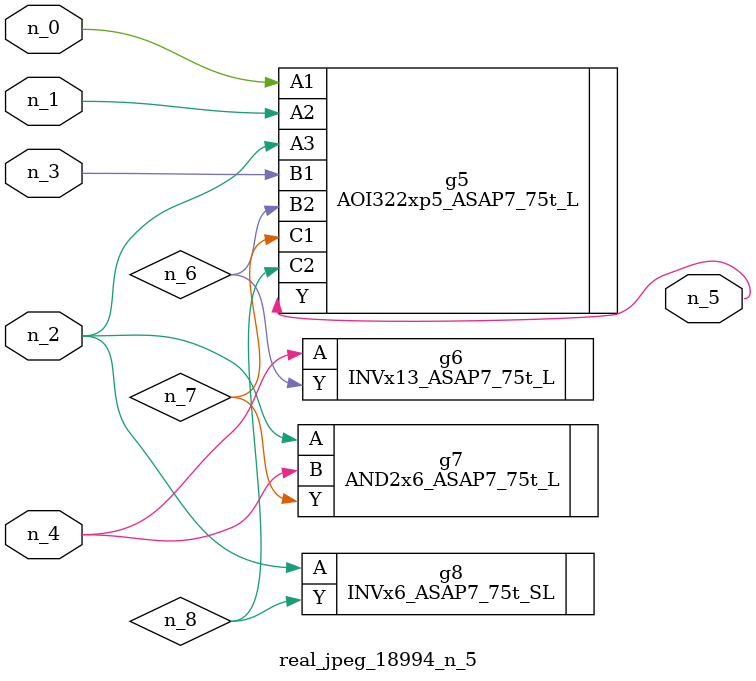
<source format=v>
module real_jpeg_18994_n_5 (n_4, n_0, n_1, n_2, n_3, n_5);

input n_4;
input n_0;
input n_1;
input n_2;
input n_3;

output n_5;

wire n_8;
wire n_6;
wire n_7;

AOI322xp5_ASAP7_75t_L g5 ( 
.A1(n_0),
.A2(n_1),
.A3(n_2),
.B1(n_3),
.B2(n_6),
.C1(n_7),
.C2(n_8),
.Y(n_5)
);

AND2x6_ASAP7_75t_L g7 ( 
.A(n_2),
.B(n_4),
.Y(n_7)
);

INVx6_ASAP7_75t_SL g8 ( 
.A(n_2),
.Y(n_8)
);

INVx13_ASAP7_75t_L g6 ( 
.A(n_4),
.Y(n_6)
);


endmodule
</source>
